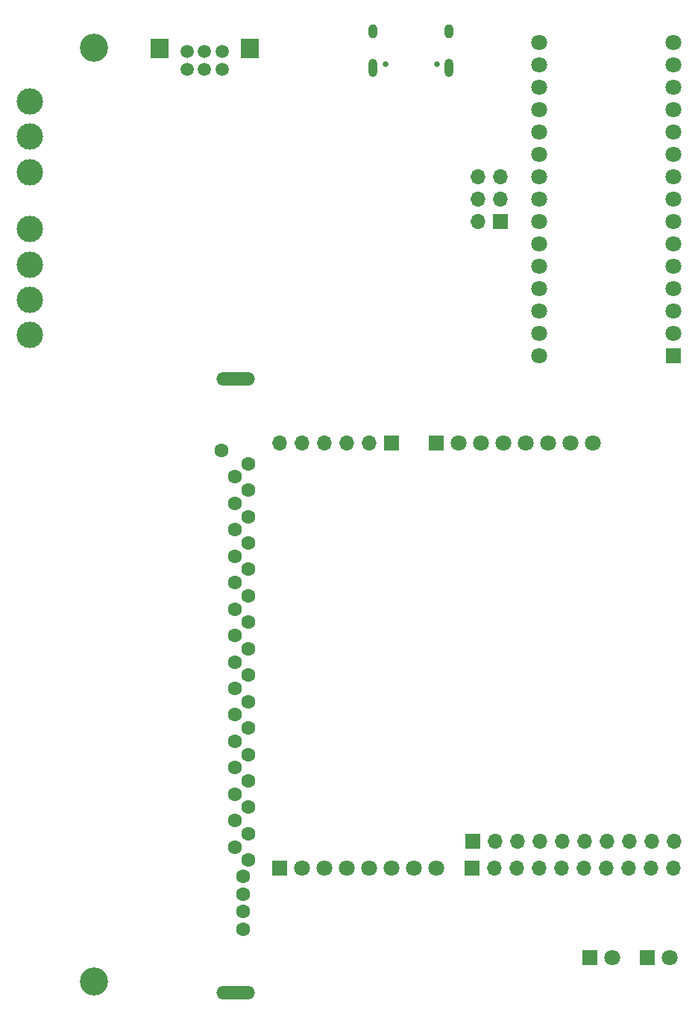
<source format=gbr>
%TF.GenerationSoftware,KiCad,Pcbnew,(5.1.10)-1*%
%TF.CreationDate,2022-01-25T20:19:52-08:00*%
%TF.ProjectId,gbaHD-AIO-Shield,67626148-442d-4414-994f-2d536869656c,rev?*%
%TF.SameCoordinates,Original*%
%TF.FileFunction,Soldermask,Bot*%
%TF.FilePolarity,Negative*%
%FSLAX46Y46*%
G04 Gerber Fmt 4.6, Leading zero omitted, Abs format (unit mm)*
G04 Created by KiCad (PCBNEW (5.1.10)-1) date 2022-01-25 20:19:52*
%MOMM*%
%LPD*%
G01*
G04 APERTURE LIST*
%ADD10C,3.000000*%
%ADD11C,3.200000*%
%ADD12R,1.800000X1.800000*%
%ADD13C,1.800000*%
%ADD14O,1.700000X1.700000*%
%ADD15R,1.700000X1.700000*%
%ADD16C,1.600000*%
%ADD17O,4.400000X1.500000*%
%ADD18C,0.100000*%
%ADD19C,1.500000*%
%ADD20C,0.650000*%
%ADD21O,1.000000X1.600000*%
%ADD22O,1.000000X2.100000*%
G04 APERTURE END LIST*
D10*
%TO.C,P3*%
X-15550000Y-94423810D03*
X-15550000Y-98423810D03*
X-15550000Y-102423810D03*
X-15550000Y-108923810D03*
X-15550000Y-112923810D03*
X-15550000Y-116923810D03*
X-15550000Y-120923810D03*
%TD*%
D11*
%TO.C,REF\u002A\u002A*%
X-8275000Y-88298810D03*
%TD*%
%TO.C,REF\u002A\u002A*%
X-8275000Y-194298810D03*
%TD*%
D12*
%TO.C,A1*%
X57521000Y-123283810D03*
D13*
X42281000Y-90263810D03*
X57521000Y-120743810D03*
X42281000Y-92803810D03*
X57521000Y-118203810D03*
X42281000Y-95343810D03*
X57521000Y-115663810D03*
X42281000Y-97883810D03*
X57521000Y-113123810D03*
X42281000Y-100423810D03*
X57521000Y-110583810D03*
X42281000Y-102963810D03*
X57521000Y-108043810D03*
X42281000Y-105503810D03*
X57521000Y-105503810D03*
X42281000Y-108043810D03*
X57521000Y-102963810D03*
X42281000Y-110583810D03*
X57521000Y-100423810D03*
X42281000Y-113123810D03*
X57521000Y-97883810D03*
X42281000Y-115663810D03*
X57521000Y-95343810D03*
X42281000Y-118203810D03*
X57521000Y-92803810D03*
X42281000Y-120743810D03*
X57521000Y-90263810D03*
X42281000Y-123283810D03*
X57521000Y-87723810D03*
X42281000Y-87723810D03*
%TD*%
D14*
%TO.C,J2*%
X35360000Y-102958810D03*
X37900000Y-102958810D03*
X35360000Y-105498810D03*
X37900000Y-105498810D03*
X35360000Y-108038810D03*
D15*
X37900000Y-108043810D03*
%TD*%
D13*
%TO.C,S1*%
X38225000Y-133163810D03*
X48385000Y-133163810D03*
X40765000Y-133163810D03*
D12*
X30605000Y-133163810D03*
D13*
X33145000Y-133163810D03*
X43305000Y-133163810D03*
X35685000Y-133163810D03*
X45845000Y-133163810D03*
D14*
X22985000Y-133163810D03*
X17905000Y-133163810D03*
X12825000Y-133163810D03*
D15*
X25525000Y-133163810D03*
D14*
X15365000Y-133163810D03*
X20445000Y-133163810D03*
X52441000Y-181423810D03*
D15*
X34661000Y-181423810D03*
D14*
X44821000Y-181423810D03*
X49901000Y-181423810D03*
X47361000Y-181423810D03*
X42281000Y-181423810D03*
X39741000Y-181423810D03*
X37201000Y-181423810D03*
X57521000Y-181423810D03*
X54981000Y-181423810D03*
D13*
X22985000Y-181423810D03*
X30605000Y-181423810D03*
X17905000Y-181423810D03*
X25525000Y-181423810D03*
D12*
X12825000Y-181423810D03*
D13*
X28065000Y-181423810D03*
X20445000Y-181423810D03*
X15365000Y-181423810D03*
D14*
X55021000Y-178383810D03*
X39781000Y-178383810D03*
X49941000Y-178383810D03*
X57561000Y-178383810D03*
X37241000Y-178383810D03*
X42321000Y-178383810D03*
X47401000Y-178383810D03*
X44861000Y-178383810D03*
D15*
X34701000Y-178383810D03*
D14*
X52481000Y-178383810D03*
%TD*%
D13*
%TO.C,TP1*%
X50571000Y-191623810D03*
D12*
X48031000Y-191623810D03*
%TD*%
D13*
%TO.C,SW2*%
X57071000Y-191623810D03*
D12*
X54531000Y-191623810D03*
%TD*%
D16*
%TO.C,P2*%
X6250000Y-134048810D03*
D17*
X7850000Y-195635731D03*
X7850000Y-125935731D03*
D16*
X9250000Y-135548810D03*
X7750000Y-137048810D03*
X9250000Y-138548810D03*
X7750000Y-140048810D03*
X9250000Y-141548810D03*
X7750000Y-143048810D03*
X9250000Y-144548810D03*
X7750000Y-146048810D03*
X9250000Y-147548810D03*
X7750000Y-149048810D03*
X9250000Y-150548810D03*
X7750000Y-152048810D03*
X9250000Y-153548810D03*
X7750000Y-155048810D03*
X9250000Y-156548810D03*
X7750000Y-158048810D03*
X9250000Y-159548810D03*
X7750000Y-161048810D03*
X9250000Y-162548810D03*
X7750000Y-164048810D03*
X9250000Y-165548810D03*
X7750000Y-167048810D03*
X9250000Y-168548810D03*
X7750000Y-170048810D03*
X9250000Y-171548810D03*
X7750000Y-173048810D03*
X9250000Y-174548810D03*
X7750000Y-176048810D03*
X9250000Y-177548810D03*
X7750000Y-179048810D03*
X9250000Y-180548810D03*
X8650000Y-182398810D03*
X8650000Y-184398810D03*
X8650000Y-186398810D03*
X8650000Y-188398810D03*
%TD*%
D18*
%TO.C,P1*%
G36*
X10400000Y-89528810D02*
G01*
X8400000Y-89528810D01*
X8400000Y-87278810D01*
X10400000Y-87278810D01*
X10400000Y-89528810D01*
G37*
G36*
X200000Y-89528810D02*
G01*
X-1800000Y-89528810D01*
X-1800000Y-87278810D01*
X200000Y-87278810D01*
X200000Y-89528810D01*
G37*
D19*
X6300000Y-88778810D03*
X6300000Y-90778810D03*
X4300000Y-88778810D03*
X4300000Y-90778810D03*
X2300000Y-88778810D03*
X2300000Y-90778810D03*
%TD*%
D20*
%TO.C,J1*%
X30640000Y-90153810D03*
X24860000Y-90153810D03*
D21*
X23430000Y-86473810D03*
X32070000Y-86473810D03*
D22*
X23430000Y-90653810D03*
X32070000Y-90653810D03*
%TD*%
M02*

</source>
